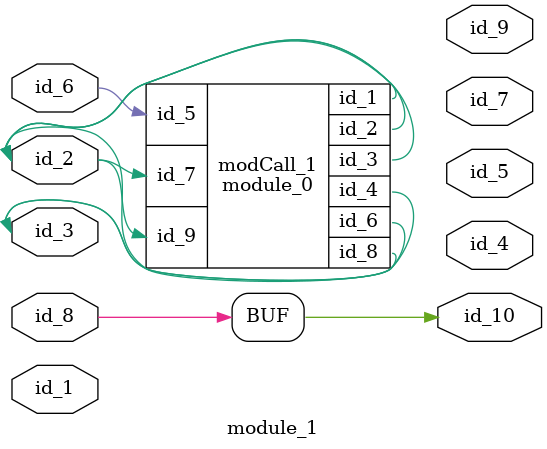
<source format=v>
module module_0 (
    id_1,
    id_2,
    id_3,
    id_4,
    id_5,
    id_6,
    id_7,
    id_8,
    id_9
);
  input wire id_9;
  output wire id_8;
  input wire id_7;
  output wire id_6;
  input wire id_5;
  inout wire id_4;
  inout wire id_3;
  output wire id_2;
  output wire id_1;
  assign id_1 = id_3;
endmodule
module module_1 (
    id_1,
    id_2,
    id_3,
    id_4,
    id_5,
    id_6,
    id_7,
    id_8,
    id_9,
    id_10
);
  output reg id_10;
  output wire id_9;
  input wire id_8;
  output wire id_7;
  input wire id_6;
  output wire id_5;
  output wire id_4;
  inout wire id_3;
  module_0 modCall_1 (
      id_2,
      id_2,
      id_2,
      id_3,
      id_6,
      id_3,
      id_2,
      id_2,
      id_2
  );
  inout wire id_2;
  input wire id_1;
  always id_10 <= id_8;
endmodule

</source>
